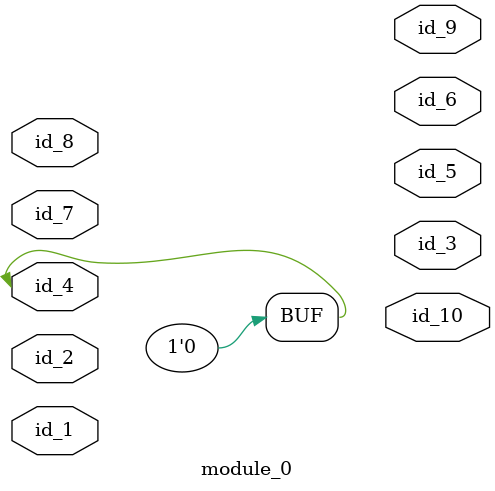
<source format=v>
`timescale 1 ps / 1ps
module module_0 (
    id_1,
    id_2,
    id_3,
    id_4,
    id_5,
    id_6,
    id_7,
    id_8,
    id_9,
    id_10
);
  output id_10;
  output id_9;
  inout id_8;
  input id_7;
  output id_6;
  output id_5;
  inout id_4;
  output id_3;
  input id_2;
  inout id_1;
  assign id_4 = 1'b0;
endmodule

</source>
